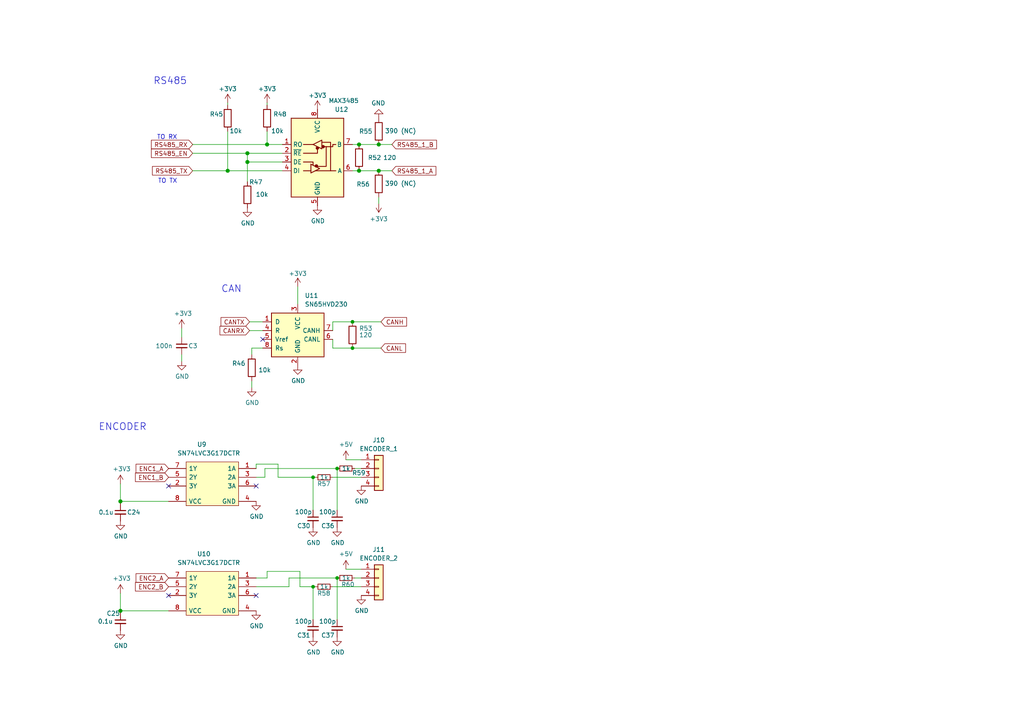
<source format=kicad_sch>
(kicad_sch (version 20211123) (generator eeschema)
  (paper "A4")
  (lib_symbols
    (symbol "Connector_Generic:Conn_01x04" (pin_names (offset 1.016) hide)
      (property "Reference" "J" (at 0 5.08 0))
      (property "Value" "Conn_01x04" (at 0 -7.62 0))
      (symbol "Conn_01x04_1_1"
        (rectangle (start -1.27 -4.953) (end 0 -5.207) (stroke (width 0.1524)))
        (rectangle (start -1.27 -2.413) (end 0 -2.667) (stroke (width 0.1524)))
        (rectangle (start -1.27 0.127) (end 0 -0.127) (stroke (width 0.1524)))
        (rectangle (start -1.27 2.667) (end 0 2.413) (stroke (width 0.1524)))
        (rectangle (start -1.27 3.81) (end 1.27 -6.35) (stroke (width 0.254)) (fill (type background)))
        (pin passive line (at -5.08 2.54 0) (length 3.81) (name "Pin_1") (number "1"))
        (pin passive line (at -5.08 0 0) (length 3.81) (name "Pin_2") (number "2"))
        (pin passive line (at -5.08 -2.54 0) (length 3.81) (name "Pin_3") (number "3"))
        (pin passive line (at -5.08 -5.08 0) (length 3.81) (name "Pin_4") (number "4"))
      )
    )
    (symbol "Device:C_Small" (pin_numbers hide) (pin_names (offset 0.254) hide)
      (property "Reference" "C" (at 0.254 1.778 0))
      (property "Value" "C_Small" (at 0.254 -2.032 0))
      (symbol "C_Small_0_1"
        (polyline (pts (xy -1.524 -0.508) (xy 1.524 -0.508)) (stroke (width 0.3302)))
        (polyline (pts (xy -1.524 0.508) (xy 1.524 0.508)) (stroke (width 0.3048)))
      )
      (symbol "C_Small_1_1"
        (pin passive line (at 0 2.54 270) (length 2.032) (name "~") (number "1"))
        (pin passive line (at 0 -2.54 90) (length 2.032) (name "~") (number "2"))
      )
    )
    (symbol "Device:R" (pin_numbers hide) (pin_names (offset 0))
      (property "Reference" "R" (at 2.032 0 90))
      (property "Value" "R" (at 0 0 90))
      (symbol "R_0_1"
        (rectangle (start -1.016 -2.54) (end 1.016 2.54) (stroke (width 0.254)))
      )
      (symbol "R_1_1"
        (pin passive line (at 0 3.81 270) (length 1.27) (name "~") (number "1"))
        (pin passive line (at 0 -3.81 90) (length 1.27) (name "~") (number "2"))
      )
    )
    (symbol "Device:R_Small" (pin_numbers hide) (pin_names (offset 0.254) hide)
      (property "Reference" "R" (at 0.762 0.508 0))
      (property "Value" "R_Small" (at 0.762 -1.016 0))
      (symbol "R_Small_0_1"
        (rectangle (start -0.762 1.778) (end 0.762 -1.778) (stroke (width 0.2032)))
      )
      (symbol "R_Small_1_1"
        (pin passive line (at 0 2.54 270) (length 0.762) (name "~") (number "1"))
        (pin passive line (at 0 -2.54 90) (length 0.762) (name "~") (number "2"))
      )
    )
    (symbol "Interface_CAN_LIN:SN65HVD230" (pin_names (offset 1.016))
      (property "Reference" "U" (at -2.54 10.16 0))
      (property "Value" "SN65HVD230" (at -2.54 7.62 0))
      (symbol "SN65HVD230_0_1"
        (rectangle (start -7.62 5.08) (end 7.62 -7.62) (stroke (width 0.254)) (fill (type background)))
      )
      (symbol "SN65HVD230_1_1"
        (pin input line (at -10.16 2.54 0) (length 2.54) (name "D") (number "1"))
        (pin power_in line (at 0 -10.16 90) (length 2.54) (name "GND") (number "2"))
        (pin power_in line (at 0 7.62 270) (length 2.54) (name "VCC") (number "3"))
        (pin output line (at -10.16 0 0) (length 2.54) (name "R") (number "4"))
        (pin output line (at -10.16 -2.54 0) (length 2.54) (name "Vref") (number "5"))
        (pin bidirectional line (at 10.16 -2.54 180) (length 2.54) (name "CANL") (number "6"))
        (pin bidirectional line (at 10.16 0 180) (length 2.54) (name "CANH") (number "7"))
        (pin input line (at -10.16 -5.08 0) (length 2.54) (name "Rs") (number "8"))
      )
    )
    (symbol "Interface_UART:MAX3485"
      (property "Reference" "U" (at -6.096 11.43 0))
      (property "Value" "MAX3485" (at 0.762 11.43 0))
      (symbol "MAX3485_0_1"
        (rectangle (start -7.62 10.16) (end 7.62 -12.7) (stroke (width 0.254)) (fill (type background)))
        (circle (center -0.3048 -3.683) (radius 0.3556) (stroke (width 0.254)) (fill (type outline)))
        (circle (center -0.0254 1.4986) (radius 0.3556) (stroke (width 0.254)) (fill (type outline)))
        (polyline (pts (xy -4.064 -5.08) (xy -1.905 -5.08)) (stroke (width 0.254)))
        (polyline (pts (xy -4.064 2.54) (xy -1.27 2.54)) (stroke (width 0.254)))
        (polyline (pts (xy -1.27 -3.2004) (xy -1.27 -3.4544)) (stroke (width 0.254)))
        (polyline (pts (xy -0.635 -5.08) (xy 5.334 -5.08)) (stroke (width 0.254)))
        (polyline (pts (xy -4.064 -2.54) (xy -1.27 -2.54) (xy -1.27 -3.175)) (stroke (width 0.254)))
        (polyline (pts (xy 0 1.27) (xy 0 0) (xy -4.064 0)) (stroke (width 0.254)))
        (polyline (pts (xy 1.27 3.175) (xy 3.81 3.175) (xy 3.81 -5.08)) (stroke (width 0.254)))
        (polyline (pts (xy 2.54 1.905) (xy 2.54 -3.81) (xy 0 -3.81)) (stroke (width 0.254)))
        (polyline (pts (xy -1.905 -3.175) (xy -1.905 -5.715) (xy 0.635 -4.445) (xy -1.905 -3.175)) (stroke (width 0.254)))
        (polyline (pts (xy -1.27 2.54) (xy 1.27 3.81) (xy 1.27 1.27) (xy -1.27 2.54)) (stroke (width 0.254)))
        (polyline (pts (xy 1.905 1.905) (xy 4.445 1.905) (xy 4.445 2.54) (xy 5.334 2.54)) (stroke (width 0.254)))
        (rectangle (start 1.27 3.175) (end 1.27 3.175))
        (circle (center 1.651 1.905) (radius 0.3556) (stroke (width 0.254)) (fill (type outline)))
      )
      (symbol "MAX3485_1_1"
        (pin output line (at -10.16 2.54 0) (length 2.54) (name "RO") (number "1"))
        (pin input line (at -10.16 0 0) (length 2.54) (name "~{RE}") (number "2"))
        (pin input line (at -10.16 -2.54 0) (length 2.54) (name "DE") (number "3"))
        (pin input line (at -10.16 -5.08 0) (length 2.54) (name "DI") (number "4"))
        (pin power_in line (at 0 -15.24 90) (length 2.54) (name "GND") (number "5"))
        (pin bidirectional line (at 10.16 -5.08 180) (length 2.54) (name "A") (number "6"))
        (pin bidirectional line (at 10.16 2.54 180) (length 2.54) (name "B") (number "7"))
        (pin power_in line (at 0 12.7 270) (length 2.54) (name "VCC") (number "8"))
      )
    )
    (symbol "dustin_lib:SN74LVC3G17DCTR" (pin_names (offset 0.762))
      (property "Reference" "IC" (at 8.255 7.62 0))
      (property "Value" "SN74LVC3G17DCTR" (at 2.54 5.08 0))
      (symbol "SN74LVC3G17DCTR_0_0"
        (pin passive line (at 25.4 0.635 180) (length 5.08) (name "1A") (number "1"))
        (pin passive line (at 0 -4.445 0) (length 5.08) (name "3Y") (number "2"))
        (pin passive line (at 25.4 -1.905 180) (length 5.08) (name "2A") (number "3"))
        (pin passive line (at 25.4 -8.89 180) (length 5.08) (name "GND") (number "4"))
        (pin passive line (at 0 -1.905 0) (length 5.08) (name "2Y") (number "5"))
        (pin passive line (at 25.4 -4.445 180) (length 5.08) (name "3A") (number "6"))
        (pin passive line (at 0 0.635 0) (length 5.08) (name "1Y") (number "7"))
        (pin passive line (at 0 -8.89 0) (length 5.08) (name "VCC") (number "8"))
      )
      (symbol "SN74LVC3G17DCTR_0_1"
        (polyline (pts (xy 5.08 2.54) (xy 20.32 2.54) (xy 20.32 -10.16) (xy 5.08 -10.16) (xy 5.08 2.54)) (stroke (width 0.152)) (fill (type background)))
      )
    )
    (symbol "power:+3.3V" (power) (pin_names (offset 0))
      (property "Value" "+3.3V" (at 0 3.556 0))
      (symbol "+3.3V_0_1"
        (polyline (pts (xy -0.762 1.27) (xy 0 2.54)))
        (polyline (pts (xy 0 0) (xy 0 2.54)))
        (polyline (pts (xy 0 2.54) (xy 0.762 1.27)))
      )
      (symbol "+3.3V_1_1"
        (pin power_in line (at 0 0 90) (length 0) hide (name "+3V3") (number "1"))
      )
    )
    (symbol "power:+3V3" (power) (pin_names (offset 0))
      (property "Value" "+3V3" (at 0 3.556 0))
      (symbol "+3V3_0_1"
        (polyline (pts (xy -0.762 1.27) (xy 0 2.54)))
        (polyline (pts (xy 0 0) (xy 0 2.54)))
        (polyline (pts (xy 0 2.54) (xy 0.762 1.27)))
      )
      (symbol "+3V3_1_1"
        (pin power_in line (at 0 0 90) (length 0) hide (name "+3V3") (number "1"))
      )
    )
    (symbol "power:+5V" (power) (pin_names (offset 0))
      (property "Value" "+5V" (at 0 3.556 0))
      (symbol "+5V_0_1"
        (polyline (pts (xy -0.762 1.27) (xy 0 2.54)))
        (polyline (pts (xy 0 0) (xy 0 2.54)))
        (polyline (pts (xy 0 2.54) (xy 0.762 1.27)))
      )
      (symbol "+5V_1_1"
        (pin power_in line (at 0 0 90) (length 0) hide (name "+5V") (number "1"))
      )
    )
    (symbol "power:GND" (power) (pin_names (offset 0))
      (property "Value" "GND" (at 0 -3.81 0))
      (symbol "GND_0_1"
        (polyline (pts (xy 0 0) (xy 0 -1.27) (xy 1.27 -1.27) (xy 0 -2.54) (xy -1.27 -1.27) (xy 0 -1.27)))
      )
      (symbol "GND_1_1"
        (pin power_in line (at 0 0 270) (length 0) hide (name "GND") (number "1"))
      )
    )
  )
  (junction (at 90.805 170.18))
  (junction (at 104.14 41.91) (diameter 1.016))
  (junction (at 102.235 100.965))
  (junction (at 34.925 145.415) (diameter 1.016))
  (junction (at 109.855 49.53) (diameter 1.016))
  (junction (at 97.79 167.64))
  (junction (at 66.04 49.53) (diameter 1.016))
  (junction (at 104.14 49.53) (diameter 1.016))
  (junction (at 34.925 177.165) (diameter 1.016))
  (junction (at 90.805 138.43))
  (junction (at 102.235 93.345))
  (junction (at 97.79 135.89))
  (junction (at 71.755 44.45) (diameter 1.016))
  (junction (at 71.755 46.99) (diameter 1.016))
  (junction (at 77.47 41.91) (diameter 1.016))
  (junction (at 109.855 41.91) (diameter 1.016))
  (no_connect (at 74.295 172.72))
  (no_connect (at 76.2 98.425))
  (no_connect (at 48.895 172.72))
  (no_connect (at 48.895 140.97))
  (no_connect (at 74.295 140.97))
  (wire (pts (xy 52.705 95.25) (xy 52.705 97.79)))
  (wire (pts (xy 77.47 29.845) (xy 77.47 30.48)))
  (wire (pts (xy 96.52 100.965) (xy 102.235 100.965)))
  (wire (pts (xy 102.235 41.91) (xy 104.14 41.91)))
  (wire (pts (xy 104.14 49.53) (xy 109.855 49.53)))
  (wire (pts (xy 104.14 41.91) (xy 109.855 41.91)))
  (wire (pts (xy 90.805 170.18) (xy 86.995 170.18)))
  (wire (pts (xy 80.645 138.43) (xy 80.645 134.62)))
  (wire (pts (xy 55.88 41.91) (xy 77.47 41.91)))
  (wire (pts (xy 72.39 93.345) (xy 76.2 93.345)))
  (wire (pts (xy 83.82 170.18) (xy 74.295 170.18)))
  (wire (pts (xy 96.52 170.18) (xy 104.775 170.18)))
  (wire (pts (xy 90.805 138.43) (xy 80.645 138.43)))
  (wire (pts (xy 97.79 135.89) (xy 76.835 135.89)))
  (wire (pts (xy 86.995 170.18) (xy 86.995 165.735)))
  (wire (pts (xy 97.79 135.89) (xy 97.79 147.955)))
  (wire (pts (xy 34.925 177.165) (xy 34.925 177.8)))
  (wire (pts (xy 90.805 138.43) (xy 91.44 138.43)))
  (wire (pts (xy 90.805 170.18) (xy 91.44 170.18)))
  (wire (pts (xy 71.755 44.45) (xy 71.755 46.99)))
  (wire (pts (xy 96.52 98.425) (xy 96.52 100.965)))
  (wire (pts (xy 96.52 93.345) (xy 102.235 93.345)))
  (wire (pts (xy 102.87 167.64) (xy 104.775 167.64)))
  (wire (pts (xy 81.915 46.99) (xy 71.755 46.99)))
  (wire (pts (xy 109.855 41.91) (xy 113.665 41.91)))
  (wire (pts (xy 73.025 112.395) (xy 73.025 110.49)))
  (wire (pts (xy 96.52 138.43) (xy 104.775 138.43)))
  (wire (pts (xy 86.995 165.735) (xy 77.47 165.735)))
  (wire (pts (xy 109.855 49.53) (xy 113.665 49.53)))
  (wire (pts (xy 102.87 135.89) (xy 104.775 135.89)))
  (wire (pts (xy 71.755 46.99) (xy 71.755 52.705)))
  (wire (pts (xy 66.04 29.845) (xy 66.04 30.48)))
  (wire (pts (xy 100.33 165.1) (xy 104.775 165.1)))
  (wire (pts (xy 86.36 83.185) (xy 86.36 88.265)))
  (wire (pts (xy 34.925 145.415) (xy 34.925 146.05)))
  (wire (pts (xy 102.235 49.53) (xy 104.14 49.53)))
  (wire (pts (xy 97.79 167.64) (xy 97.79 179.705)))
  (wire (pts (xy 83.82 167.64) (xy 83.82 170.18)))
  (wire (pts (xy 48.895 145.415) (xy 34.925 145.415)))
  (wire (pts (xy 66.04 49.53) (xy 66.04 38.1)))
  (wire (pts (xy 55.88 44.45) (xy 71.755 44.45)))
  (wire (pts (xy 73.025 102.87) (xy 73.025 100.965)))
  (wire (pts (xy 72.39 95.885) (xy 76.2 95.885)))
  (wire (pts (xy 55.88 49.53) (xy 66.04 49.53)))
  (wire (pts (xy 102.235 93.345) (xy 110.49 93.345)))
  (wire (pts (xy 83.82 167.64) (xy 97.79 167.64)))
  (wire (pts (xy 73.025 100.965) (xy 76.2 100.965)))
  (wire (pts (xy 81.915 44.45) (xy 71.755 44.45)))
  (wire (pts (xy 48.895 177.165) (xy 34.925 177.165)))
  (wire (pts (xy 34.925 172.085) (xy 34.925 177.165)))
  (wire (pts (xy 100.33 133.35) (xy 104.775 133.35)))
  (wire (pts (xy 102.235 100.965) (xy 110.49 100.965)))
  (wire (pts (xy 74.295 134.62) (xy 74.295 135.89)))
  (wire (pts (xy 77.47 38.1) (xy 77.47 41.91)))
  (wire (pts (xy 81.915 49.53) (xy 66.04 49.53)))
  (wire (pts (xy 52.705 102.87) (xy 52.705 104.775)))
  (wire (pts (xy 74.295 138.43) (xy 76.835 138.43)))
  (wire (pts (xy 76.835 135.89) (xy 76.835 138.43)))
  (wire (pts (xy 109.855 59.055) (xy 109.855 57.15)))
  (wire (pts (xy 90.805 179.705) (xy 90.805 170.18)))
  (wire (pts (xy 77.47 165.735) (xy 77.47 167.64)))
  (wire (pts (xy 77.47 167.64) (xy 74.295 167.64)))
  (wire (pts (xy 96.52 95.885) (xy 96.52 93.345)))
  (wire (pts (xy 77.47 41.91) (xy 81.915 41.91)))
  (wire (pts (xy 34.925 140.335) (xy 34.925 145.415)))
  (wire (pts (xy 80.645 134.62) (xy 74.295 134.62)))
  (wire (pts (xy 90.805 147.955) (xy 90.805 138.43)))
  (text "RS485" (at 44.45 24.765 0) (effects (font (size 2 2)) (justify left bottom)))
  (text "TO RX" (at 51.435 40.64 180) (effects (font (size 1.27 1.27)) (justify right bottom)))
  (text "TO TX" (at 51.435 53.34 180) (effects (font (size 1.27 1.27)) (justify right bottom)))
  (text "ENCODER" (at 28.575 125.095 0) (effects (font (size 2 2)) (justify left bottom)))
  (text "CAN" (at 64.135 85.09 0) (effects (font (size 2 2)) (justify left bottom)))
  (global_label "RS485_1_B" (shape input) (at 113.665 41.91 0) (property "Intersheet References" "${INTERSHEET_REFS}" (effects hide)))
  (global_label "ENC2_B" (shape input) (at 48.895 170.18 180) (property "Intersheet References" "${INTERSHEET_REFS}" (effects hide)))
  (global_label "CANTX" (shape input) (at 72.39 93.345 180) (property "Intersheet References" "${INTERSHEET_REFS}" (effects hide)))
  (global_label "CANH" (shape input) (at 110.49 93.345 0) (property "Intersheet References" "${INTERSHEET_REFS}" (effects hide)))
  (global_label "ENC1_A" (shape input) (at 48.895 135.89 180) (property "Intersheet References" "${INTERSHEET_REFS}" (effects hide)))
  (global_label "CANL" (shape input) (at 110.49 100.965 0) (property "Intersheet References" "${INTERSHEET_REFS}" (effects hide)))
  (global_label "ENC2_A" (shape input) (at 48.895 167.64 180) (property "Intersheet References" "${INTERSHEET_REFS}" (effects hide)))
  (global_label "CANRX" (shape input) (at 72.39 95.885 180) (property "Intersheet References" "${INTERSHEET_REFS}" (effects hide)))
  (global_label "ENC1_B" (shape input) (at 48.895 138.43 180) (property "Intersheet References" "${INTERSHEET_REFS}" (effects hide)))
  (global_label "RS485_RX" (shape input) (at 55.88 41.91 180) (property "Intersheet References" "${INTERSHEET_REFS}" (effects hide)))
  (global_label "RS485_EN" (shape input) (at 55.88 44.45 180) (property "Intersheet References" "${INTERSHEET_REFS}" (effects hide)))
  (global_label "RS485_1_A" (shape input) (at 113.665 49.53 0) (property "Intersheet References" "${INTERSHEET_REFS}" (effects hide)))
  (global_label "RS485_TX" (shape input) (at 55.88 49.53 180) (property "Intersheet References" "${INTERSHEET_REFS}" (effects hide)))
  (symbol (lib_id "Device:R") (at 77.47 34.29 0) (unit 1)
    (property "Reference" "R48" (at 79.248 33.1216 0) (effects (justify left)))
    (property "Value" "10k" (at 78.613 37.973 0) (effects (justify left)))
    (property "Footprint" "Resistor_SMD:R_0603_1608Metric" (effects hide))
    (property "Datasheet" "https://fscdn.rohm.com/en/products/databook/datasheet/passive/resistor/chip_resistor/mcr-e.pdf" (effects hide))
    (property "Field4" "Farnell" (effects hide))
    (property "Field5" "9239235" (effects hide))
    (property "Field7" "KOA EUROPE GMBH" (effects hide))
    (property "Field6" "RK73H1ETTP1001F" (effects hide))
    (property "Part Description" "Resistor 1K M1005 1% 63mW" (effects hide))
    (property "Field8" "125049511" (effects hide))
  )
  (symbol (lib_id "Device:R_Small") (at 93.98 170.18 90) (unit 1)
    (property "Reference" "R58" (at 95.885 172.085 90) (effects (justify left)))
    (property "Value" "1k" (at 95.25 170.18 90) (effects (justify left)))
    (property "Footprint" "Resistor_SMD:R_0603_1608Metric" (effects hide))
  )
  (symbol (lib_id "Device:C_Small") (at 90.805 182.245 0) (unit 1)
    (property "Reference" "C31" (at 86.1442 184.2706 0) (effects (justify left)))
    (property "Value" "100p" (at 85.509 180.219 0) (effects (justify left)))
    (property "Footprint" "Capacitor_SMD:C_0603_1608Metric" (effects hide))
  )
  (symbol (lib_id "Device:R") (at 104.14 45.72 0) (unit 1)
    (property "Reference" "R52" (at 106.68 45.72 0) (effects (justify left)))
    (property "Value" "120" (at 111.125 45.72 0) (effects (justify left)))
    (property "Footprint" "Resistor_SMD:R_0603_1608Metric" (effects hide))
    (property "Datasheet" "https://fscdn.rohm.com/en/products/databook/datasheet/passive/resistor/chip_resistor/mcr-e.pdf" (effects hide))
    (property "Field4" "Farnell" (effects hide))
    (property "Field5" "9239235" (effects hide))
    (property "Field7" "KOA EUROPE GMBH" (effects hide))
    (property "Field6" "RK73H1ETTP1001F" (effects hide))
    (property "Part Description" "Resistor 1K M1005 1% 63mW" (effects hide))
    (property "Field8" "125049511" (effects hide))
  )
  (symbol (lib_id "power:+3V3") (at 86.36 83.185 0) (unit 1)
    (property "Reference" "#PWR071" (effects hide))
    (property "Value" "+3V3" (at 86.3629 79.3356 0))
  )
  (symbol (lib_id "Device:C_Small") (at 52.705 100.33 0) (unit 1)
    (property "Reference" "C3" (at 54.61 100.33 0) (effects (justify left)))
    (property "Value" "100n" (at 45.085 100.33 0) (effects (justify left)))
    (property "Footprint" "Capacitor_SMD:C_0603_1608Metric" (effects hide))
  )
  (symbol (lib_id "power:GND") (at 73.025 112.395 0) (unit 1)
    (property "Reference" "#PWR066" (effects hide))
    (property "Value" "GND" (at 73.152 116.7892 0))
  )
  (symbol (lib_id "power:GND") (at 90.805 184.785 0) (unit 1)
    (property "Reference" "#PWR086" (effects hide))
    (property "Value" "GND" (at 90.932 189.1792 0))
  )
  (symbol (lib_id "power:GND") (at 52.705 104.775 0) (unit 1)
    (property "Reference" "#PWR0208" (effects hide))
    (property "Value" "GND" (at 52.832 109.1692 0))
  )
  (symbol (lib_id "Device:R_Small") (at 100.33 135.89 90) (unit 1)
    (property "Reference" "R59" (at 106.045 137.16 90) (effects (justify left)))
    (property "Value" "1k" (at 101.6 135.89 90) (effects (justify left)))
    (property "Footprint" "Resistor_SMD:R_0603_1608Metric" (effects hide))
  )
  (symbol (lib_id "Device:R") (at 73.025 106.68 0) (unit 1)
    (property "Reference" "R46" (at 67.31 105.41 0) (effects (justify left)))
    (property "Value" "10k" (at 74.93 107.315 0) (effects (justify left)))
    (property "Footprint" "Resistor_SMD:R_0603_1608Metric" (effects hide))
    (property "Datasheet" "https://fscdn.rohm.com/en/products/databook/datasheet/passive/resistor/chip_resistor/mcr-e.pdf" (effects hide))
    (property "Field4" "Farnell" (effects hide))
    (property "Field5" "9239278" (effects hide))
    (property "Field7" "KOA EUROPE GMBH" (effects hide))
    (property "Field6" "RK73G1ETQTP2201D         " (effects hide))
    (property "Part Description" "Resistor 2.2K M1005 1% 63mW" (effects hide))
    (property "Field8" "120889581" (effects hide))
  )
  (symbol (lib_id "power:GND") (at 90.805 153.035 0) (unit 1)
    (property "Reference" "#PWR085" (effects hide))
    (property "Value" "GND" (at 90.932 157.4292 0))
  )
  (symbol (lib_id "power:GND") (at 74.295 145.415 0) (unit 1)
    (property "Reference" "#PWR079" (effects hide))
    (property "Value" "GND" (at 74.422 149.8092 0))
  )
  (symbol (lib_id "power:+3V3") (at 34.925 172.085 0) (unit 1)
    (property "Reference" "#PWR060" (effects hide))
    (property "Value" "+3V3" (at 35.2933 167.7606 0))
  )
  (symbol (lib_id "power:+3.3V") (at 92.075 31.75 0) (unit 1)
    (property "Reference" "#PWR077" (effects hide))
    (property "Value" "+3.3V" (at 92.075 27.686 0))
  )
  (symbol (lib_id "Device:C_Small") (at 34.925 148.59 0) (unit 1)
    (property "Reference" "C24" (at 36.83 148.59 0) (effects (justify left)))
    (property "Value" "0.1u" (at 28.575 148.59 0) (effects (justify left)))
    (property "Footprint" "Capacitor_SMD:C_0603_1608Metric" (effects hide))
  )
  (symbol (lib_id "power:+3.3V") (at 77.47 29.845 0) (unit 1)
    (property "Reference" "#PWR069" (effects hide))
    (property "Value" "+3.3V" (at 77.47 25.781 0))
  )
  (symbol (lib_id "Device:C_Small") (at 34.925 180.34 0) (unit 1)
    (property "Reference" "C25" (at 30.8992 177.9206 0) (effects (justify left)))
    (property "Value" "0.1u" (at 28.359 180.219 0) (effects (justify left)))
    (property "Footprint" "Capacitor_SMD:C_0603_1608Metric" (effects hide))
  )
  (symbol (lib_id "Device:C_Small") (at 97.79 182.245 0) (unit 1)
    (property "Reference" "C37" (at 93.1292 184.2706 0) (effects (justify left)))
    (property "Value" "100p" (at 92.494 180.219 0) (effects (justify left)))
    (property "Footprint" "Capacitor_SMD:C_0603_1608Metric" (effects hide))
  )
  (symbol (lib_id "power:GND") (at 34.925 182.88 0) (unit 1)
    (property "Reference" "#PWR061" (effects hide))
    (property "Value" "GND" (at 35.052 187.2742 0))
  )
  (symbol (lib_id "Device:R") (at 102.235 97.155 0) (unit 1)
    (property "Reference" "R53" (at 104.14 95.25 0) (effects (justify left)))
    (property "Value" "120" (at 104.14 97.155 0) (effects (justify left)))
    (property "Footprint" "Resistor_SMD:R_0603_1608Metric" (effects hide))
    (property "Datasheet" "https://fscdn.rohm.com/en/products/databook/datasheet/passive/resistor/chip_resistor/mcr-e.pdf" (effects hide))
    (property "Field4" "Farnell" (effects hide))
    (property "Field5" "9239278" (effects hide))
    (property "Field7" "KOA EUROPE GMBH" (effects hide))
    (property "Field6" "RK73G1ETQTP2201D         " (effects hide))
    (property "Part Description" "Resistor 2.2K M1005 1% 63mW" (effects hide))
    (property "Field8" "120889581" (effects hide))
  )
  (symbol (lib_id "power:GND") (at 104.775 140.97 0) (unit 1)
    (property "Reference" "#PWR095" (effects hide))
    (property "Value" "GND" (at 104.902 145.3642 0))
  )
  (symbol (lib_id "Device:C_Small") (at 90.805 150.495 0) (unit 1)
    (property "Reference" "C30" (at 86.1442 152.5206 0) (effects (justify left)))
    (property "Value" "100p" (at 85.509 148.469 0) (effects (justify left)))
    (property "Footprint" "Capacitor_SMD:C_0603_1608Metric" (effects hide))
  )
  (symbol (lib_id "Device:R_Small") (at 93.98 138.43 90) (unit 1)
    (property "Reference" "R57" (at 95.885 140.335 90) (effects (justify left)))
    (property "Value" "1k" (at 95.25 138.43 90) (effects (justify left)))
    (property "Footprint" "Resistor_SMD:R_0603_1608Metric" (effects hide))
  )
  (symbol (lib_id "dustin_lib:SN74LVC3G17DCTR") (at 48.895 168.275 0) (unit 1)
    (property "Reference" "U10" (at 57.15 160.655 0) (effects (justify left)))
    (property "Value" "SN74LVC3G17DCTR" (at 51.435 163.195 0) (effects (justify left)))
    (property "Footprint" "downloaded_parts:SOP65P400X130-8N" (effects hide))
    (property "Datasheet" "http://www.ti.com/lit/gpn/sn74lvc3g17" (effects hide))
    (property "Description" "Texas Instruments SN74LVC3G17DCTR, Triple, Schmitt Trigger Buffer, Non-Inverting, 1.65  5.5 V, 8-Pin SSOP" (effects hide))
    (property "Height" "1.3" (effects hide))
    (property "Mouser Part Number" "595-SN74LVC3G17DCTR" (effects hide))
    (property "Mouser Price/Stock" "https://www.mouser.co.uk/ProductDetail/Texas-Instruments/SN74LVC3G17DCTR?qs=0smPjiIwnfJoh6NdDLRU8g%3D%3D" (effects hide))
    (property "Manufacturer_Name" "Texas Instruments" (effects hide))
    (property "Manufacturer_Part_Number" "SN74LVC3G17DCTR" (effects hide))
  )
  (symbol (lib_id "Device:R") (at 71.755 56.515 0) (unit 1)
    (property "Reference" "R47" (at 72.263 52.8066 0) (effects (justify left)))
    (property "Value" "10k" (at 74.168 56.388 0) (effects (justify left)))
    (property "Footprint" "Resistor_SMD:R_0603_1608Metric" (effects hide))
    (property "Datasheet" "https://fscdn.rohm.com/en/products/databook/datasheet/passive/resistor/chip_resistor/mcr-e.pdf" (effects hide))
    (property "Field4" "Farnell" (effects hide))
    (property "Field5" "9239235" (effects hide))
    (property "Field7" "KOA EUROPE GMBH" (effects hide))
    (property "Field6" "RK73H1ETTP1001F" (effects hide))
    (property "Part Description" "Resistor 1K M1005 1% 63mW" (effects hide))
    (property "Field8" "125049511" (effects hide))
  )
  (symbol (lib_id "power:+5V") (at 100.33 133.35 0) (unit 1)
    (property "Reference" "#PWR093" (effects hide))
    (property "Value" "+5V" (at 100.33 128.905 0))
  )
  (symbol (lib_id "Device:C_Small") (at 97.79 150.495 0) (unit 1)
    (property "Reference" "C36" (at 93.1292 152.5206 0) (effects (justify left)))
    (property "Value" "100p" (at 92.494 148.469 0) (effects (justify left)))
    (property "Footprint" "Capacitor_SMD:C_0603_1608Metric" (effects hide))
  )
  (symbol (lib_id "power:GND") (at 71.755 60.325 0) (unit 1)
    (property "Reference" "#PWR068" (effects hide))
    (property "Value" "GND" (at 71.882 64.7192 0))
  )
  (symbol (lib_id "power:GND") (at 74.295 177.165 0) (unit 1)
    (property "Reference" "#PWR080" (effects hide))
    (property "Value" "GND" (at 74.422 181.5592 0))
  )
  (symbol (lib_id "power:GND") (at 34.925 151.13 0) (unit 1)
    (property "Reference" "#PWR059" (effects hide))
    (property "Value" "GND" (at 35.052 155.5242 0))
  )
  (symbol (lib_id "power:GND") (at 104.775 172.72 0) (unit 1)
    (property "Reference" "#PWR096" (effects hide))
    (property "Value" "GND" (at 104.902 177.1142 0))
  )
  (symbol (lib_id "Connector_Generic:Conn_01x04") (at 109.855 167.64 0) (unit 1)
    (property "Reference" "J11" (at 109.855 159.385 0))
    (property "Value" "ENCODER_2" (at 109.855 161.925 0))
    (property "Footprint" "Connector_JST:JST_GH_BM04B-GHS-TBT_1x04-1MP_P1.25mm_Vertical" (effects hide))
  )
  (symbol (lib_id "power:GND") (at 86.36 106.045 0) (unit 1)
    (property "Reference" "#PWR072" (effects hide))
    (property "Value" "GND" (at 86.487 110.4392 0))
  )
  (symbol (lib_id "Interface_UART:MAX3485") (at 92.075 44.45 0) (unit 1)
    (property "Reference" "U12" (at 99.06 31.75 0))
    (property "Value" "MAX3485" (at 99.695 29.21 0))
    (property "Footprint" "downloaded_parts:SOIC127P600X175-8N" (effects hide))
    (property "Datasheet" "https://datasheets.maximintegrated.com/en/ds/MAX3483-MAX3491.pdf" (effects hide))
  )
  (symbol (lib_id "power:GND") (at 97.79 184.785 0) (unit 1)
    (property "Reference" "#PWR092" (effects hide))
    (property "Value" "GND" (at 97.917 189.1792 0))
  )
  (symbol (lib_id "power:GND") (at 92.075 59.69 0) (unit 1)
    (property "Reference" "#PWR078" (effects hide))
    (property "Value" "GND" (at 92.202 64.0842 0))
  )
  (symbol (lib_id "power:+3.3V") (at 66.04 29.845 0) (unit 1)
    (property "Reference" "#PWR065" (effects hide))
    (property "Value" "+3.3V" (at 66.04 25.781 0))
  )
  (symbol (lib_id "power:GND") (at 109.855 34.29 180) (unit 1)
    (property "Reference" "#PWR087" (effects hide))
    (property "Value" "GND" (at 109.728 29.8958 0))
  )
  (symbol (lib_id "power:+5V") (at 100.33 165.1 0) (unit 1)
    (property "Reference" "#PWR094" (effects hide))
    (property "Value" "+5V" (at 100.33 160.655 0))
  )
  (symbol (lib_id "Device:R") (at 109.855 38.1 0) (unit 1)
    (property "Reference" "R55" (at 104.14 38.1 0) (effects (justify left)))
    (property "Value" "390 (NC)" (at 111.633 37.973 0) (effects (justify left)))
    (property "Footprint" "Resistor_SMD:R_0603_1608Metric" (effects hide))
    (property "Datasheet" "https://fscdn.rohm.com/en/products/databook/datasheet/passive/resistor/chip_resistor/mcr-e.pdf" (effects hide))
    (property "Field4" "Farnell" (effects hide))
    (property "Field5" "9239235" (effects hide))
    (property "Field7" "KOA EUROPE GMBH" (effects hide))
    (property "Field6" "RK73H1ETTP1001F" (effects hide))
    (property "Part Description" "Resistor 1K M1005 1% 63mW" (effects hide))
    (property "Field8" "125049511" (effects hide))
  )
  (symbol (lib_id "Device:R_Small") (at 100.33 167.64 90) (unit 1)
    (property "Reference" "R60" (at 102.87 169.545 90) (effects (justify left)))
    (property "Value" "1k" (at 101.6 167.64 90) (effects (justify left)))
    (property "Footprint" "Resistor_SMD:R_0603_1608Metric" (effects hide))
  )
  (symbol (lib_id "dustin_lib:SN74LVC3G17DCTR") (at 48.895 136.525 0) (unit 1)
    (property "Reference" "U9" (at 57.15 128.905 0) (effects (justify left)))
    (property "Value" "SN74LVC3G17DCTR" (at 51.435 131.445 0) (effects (justify left)))
    (property "Footprint" "downloaded_parts:SOP65P400X130-8N" (effects hide))
    (property "Datasheet" "http://www.ti.com/lit/gpn/sn74lvc3g17" (effects hide))
    (property "Description" "Texas Instruments SN74LVC3G17DCTR, Triple, Schmitt Trigger Buffer, Non-Inverting, 1.65  5.5 V, 8-Pin SSOP" (effects hide))
    (property "Height" "1.3" (effects hide))
    (property "Mouser Part Number" "595-SN74LVC3G17DCTR" (effects hide))
    (property "Mouser Price/Stock" "https://www.mouser.co.uk/ProductDetail/Texas-Instruments/SN74LVC3G17DCTR?qs=0smPjiIwnfJoh6NdDLRU8g%3D%3D" (effects hide))
    (property "Manufacturer_Name" "Texas Instruments" (effects hide))
    (property "Manufacturer_Part_Number" "SN74LVC3G17DCTR" (effects hide))
  )
  (symbol (lib_id "power:+3.3V") (at 109.855 59.055 180) (unit 1)
    (property "Reference" "#PWR088" (effects hide))
    (property "Value" "+3.3V" (at 109.855 63.5 0))
  )
  (symbol (lib_id "Device:R") (at 109.855 53.34 0) (unit 1)
    (property "Reference" "R56" (at 103.378 53.4416 0) (effects (justify left)))
    (property "Value" "390 (NC)" (at 111.633 53.213 0) (effects (justify left)))
    (property "Footprint" "Resistor_SMD:R_0603_1608Metric" (effects hide))
    (property "Datasheet" "https://fscdn.rohm.com/en/products/databook/datasheet/passive/resistor/chip_resistor/mcr-e.pdf" (effects hide))
    (property "Field4" "Farnell" (effects hide))
    (property "Field5" "9239235" (effects hide))
    (property "Field7" "KOA EUROPE GMBH" (effects hide))
    (property "Field6" "RK73H1ETTP1001F" (effects hide))
    (property "Part Description" "Resistor 1K M1005 1% 63mW" (effects hide))
    (property "Field8" "125049511" (effects hide))
  )
  (symbol (lib_id "Device:R") (at 66.04 34.29 0) (unit 1)
    (property "Reference" "R45" (at 60.833 33.1216 0) (effects (justify left)))
    (property "Value" "10k" (at 66.548 37.973 0) (effects (justify left)))
    (property "Footprint" "Resistor_SMD:R_0603_1608Metric" (effects hide))
    (property "Datasheet" "https://fscdn.rohm.com/en/products/databook/datasheet/passive/resistor/chip_resistor/mcr-e.pdf" (effects hide))
    (property "Field4" "Farnell" (effects hide))
    (property "Field5" "9239235" (effects hide))
    (property "Field7" "KOA EUROPE GMBH" (effects hide))
    (property "Field6" "RK73H1ETTP1001F" (effects hide))
    (property "Part Description" "Resistor 1K M1005 1% 63mW" (effects hide))
    (property "Field8" "125049511" (effects hide))
  )
  (symbol (lib_id "power:+3V3") (at 52.705 95.25 0) (unit 1)
    (property "Reference" "#PWR0207" (effects hide))
    (property "Value" "+3V3" (at 53.0733 90.9256 0))
  )
  (symbol (lib_id "Interface_CAN_LIN:SN65HVD230") (at 86.36 95.885 0) (unit 1)
    (property "Reference" "U11" (at 88.3794 85.725 0) (effects (justify left)))
    (property "Value" "SN65HVD230" (at 88.3794 88.265 0) (effects (justify left)))
    (property "Footprint" "downloaded_parts:SOIC127P600X175-8N" (effects hide))
    (property "Datasheet" "http://www.ti.com/lit/ds/symlink/sn65hvd230.pdf" (effects hide))
  )
  (symbol (lib_id "power:GND") (at 97.79 153.035 0) (unit 1)
    (property "Reference" "#PWR091" (effects hide))
    (property "Value" "GND" (at 97.917 157.4292 0))
  )
  (symbol (lib_id "power:+3V3") (at 34.925 140.335 0) (unit 1)
    (property "Reference" "#PWR058" (effects hide))
    (property "Value" "+3V3" (at 35.2933 136.0106 0))
  )
  (symbol (lib_id "Connector_Generic:Conn_01x04") (at 109.855 135.89 0) (unit 1)
    (property "Reference" "J10" (at 109.855 127.635 0))
    (property "Value" "ENCODER_1" (at 109.855 130.175 0))
    (property "Footprint" "Connector_JST:JST_GH_BM04B-GHS-TBT_1x04-1MP_P1.25mm_Vertical" (effects hide))
  )
)
</source>
